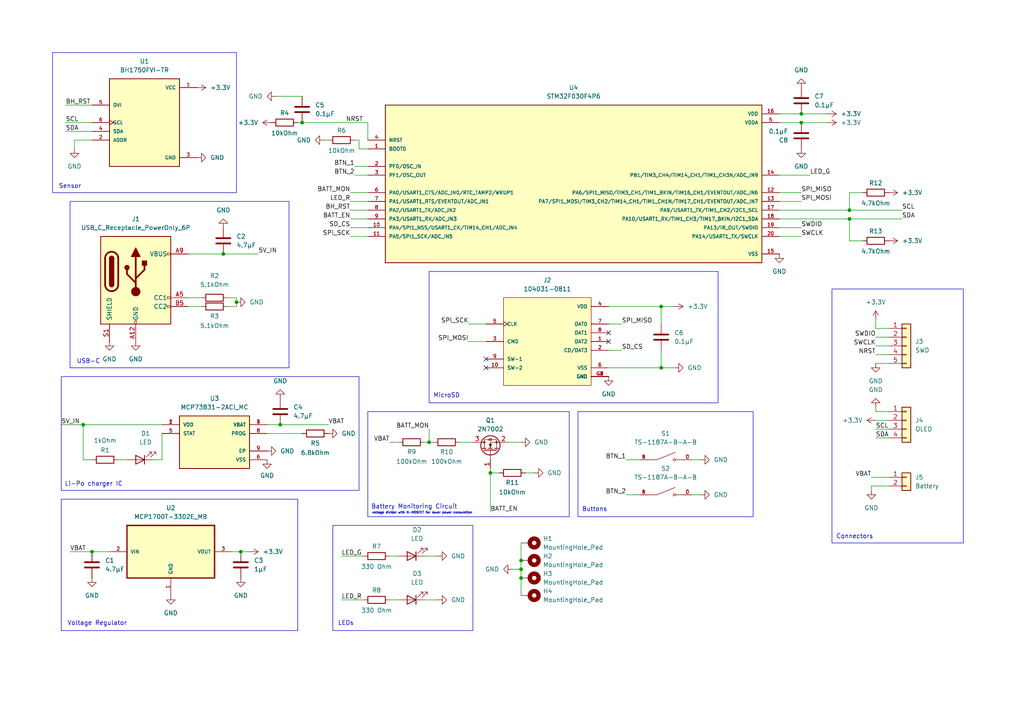
<source format=kicad_sch>
(kicad_sch (version 20250114) (generator "eeschema") (generator_version "9.0")
  (paper "A4")
  (lib_symbols
    (symbol "Connector:USB_C_Receptacle_PowerOnly_6P" (pin_names (offset 1.016))
      (property "Reference" "J" (at 0 16.51 0))
      (property "Value" "USB_C_Receptacle_PowerOnly_6P" (at 0 13.97 0))
      (symbol "USB_C_Receptacle_PowerOnly_6P_0_0"
        (rectangle (start -0.254 -12.7) (end 0.254 -11.684))
        (rectangle (start 10.16 7.874) (end 9.144 7.366))
        (rectangle (start 10.16 -4.826) (end 9.144 -5.334))
        (rectangle (start 10.16 -7.366) (end 9.144 -7.874))
      )
      (symbol "USB_C_Receptacle_PowerOnly_6P_0_1"
        (rectangle (start -10.16 12.7) (end 10.16 -12.7) (stroke (width 0.254)) (fill (type background)))
        (polyline (pts (xy -8.89 -1.27) (xy -8.89 6.35)) (stroke (width 0.508)))
        (rectangle (start -7.62 -1.27) (end -6.35 6.35) (stroke (width 0.254)) (fill (type outline)))
        (arc (start -7.62 6.35) (mid -6.985 6.9823) (end -6.35 6.35) (stroke (width 0.254)))
        (arc (start -7.62 6.35) (mid -6.985 6.9823) (end -6.35 6.35) (stroke (width 0.254)) (fill (type outline)))
        (arc (start -8.89 6.35) (mid -6.985 8.2467) (end -5.08 6.35) (stroke (width 0.508)))
        (arc (start -5.08 -1.27) (mid -6.985 -3.1667) (end -8.89 -1.27) (stroke (width 0.508)))
        (arc (start -6.35 -1.27) (mid -6.985 -1.9023) (end -7.62 -1.27) (stroke (width 0.254)))
        (arc (start -6.35 -1.27) (mid -6.985 -1.9023) (end -7.62 -1.27) (stroke (width 0.254)) (fill (type outline)))
        (polyline (pts (xy -5.08 6.35) (xy -5.08 -1.27)) (stroke (width 0.508)))
        (circle (center -2.54 3.683) (radius 0.635) (stroke (width 0.254)) (fill (type outline)))
        (polyline (pts (xy -1.27 6.858) (xy 0 9.398) (xy 1.27 6.858) (xy -1.27 6.858)) (stroke (width 0.254)) (fill (type outline)))
        (polyline (pts (xy 0 0.508) (xy 2.54 3.048) (xy 2.54 4.318)) (stroke (width 0.508)))
        (polyline (pts (xy 0 -0.762) (xy -2.54 1.778) (xy -2.54 3.048)) (stroke (width 0.508)))
        (polyline (pts (xy 0 -3.302) (xy 0 6.858)) (stroke (width 0.508)))
        (circle (center 0 -3.302) (radius 1.27) (fill (type outline)))
        (rectangle (start 1.905 4.318) (end 3.175 5.588) (stroke (width 0.254)) (fill (type outline)))
      )
      (symbol "USB_C_Receptacle_PowerOnly_6P_1_1"
        (pin passive line (at -7.62 -17.78 90) (length 5.08) (name "SHIELD") (number "S1"))
        (pin passive line (at 0 -17.78 90) (length 5.08) (name "GND") (number "A12"))
        (pin passive line (at 0 -17.78 90) (length 5.08) (hide yes) (name "GND") (number "B12"))
        (pin passive line (at 15.24 7.62 180) (length 5.08) (name "VBUS") (number "A9"))
        (pin passive line (at 15.24 7.62 180) (length 5.08) (hide yes) (name "VBUS") (number "B9"))
        (pin bidirectional line (at 15.24 -5.08 180) (length 5.08) (name "CC1") (number "A5"))
        (pin bidirectional line (at 15.24 -7.62 180) (length 5.08) (name "CC2") (number "B5"))
      )
    )
    (symbol "Connector_Generic:Conn_01x02" (pin_names (offset 1.016) (hide yes))
      (property "Reference" "J" (at 0 2.54 0))
      (property "Value" "Conn_01x02" (at 0 -5.08 0))
      (symbol "Conn_01x02_1_1"
        (rectangle (start -1.27 1.27) (end 1.27 -3.81) (stroke (width 0.254)) (fill (type background)))
        (rectangle (start -1.27 0.127) (end 0 -0.127) (stroke (width 0.1524)))
        (rectangle (start -1.27 -2.413) (end 0 -2.667) (stroke (width 0.1524)))
        (pin passive line (at -5.08 0 0) (length 3.81) (name "Pin_1") (number "1"))
        (pin passive line (at -5.08 -2.54 0) (length 3.81) (name "Pin_2") (number "2"))
      )
    )
    (symbol "Connector_Generic:Conn_01x04" (pin_names (offset 1.016) (hide yes))
      (property "Reference" "J" (at 0 5.08 0))
      (property "Value" "Conn_01x04" (at 0 -7.62 0))
      (symbol "Conn_01x04_1_1"
        (rectangle (start -1.27 3.81) (end 1.27 -6.35) (stroke (width 0.254)) (fill (type background)))
        (rectangle (start -1.27 2.667) (end 0 2.413) (stroke (width 0.1524)))
        (rectangle (start -1.27 0.127) (end 0 -0.127) (stroke (width 0.1524)))
        (rectangle (start -1.27 -2.413) (end 0 -2.667) (stroke (width 0.1524)))
        (rectangle (start -1.27 -4.953) (end 0 -5.207) (stroke (width 0.1524)))
        (pin passive line (at -5.08 2.54 0) (length 3.81) (name "Pin_1") (number "1"))
        (pin passive line (at -5.08 0 0) (length 3.81) (name "Pin_2") (number "2"))
        (pin passive line (at -5.08 -2.54 0) (length 3.81) (name "Pin_3") (number "3"))
        (pin passive line (at -5.08 -5.08 0) (length 3.81) (name "Pin_4") (number "4"))
      )
    )
    (symbol "Connector_Generic:Conn_01x05" (pin_names (offset 1.016) (hide yes))
      (property "Reference" "J" (at 0 7.62 0))
      (property "Value" "Conn_01x05" (at 0 -7.62 0))
      (symbol "Conn_01x05_1_1"
        (rectangle (start -1.27 6.35) (end 1.27 -6.35) (stroke (width 0.254)) (fill (type background)))
        (rectangle (start -1.27 5.207) (end 0 4.953) (stroke (width 0.1524)))
        (rectangle (start -1.27 2.667) (end 0 2.413) (stroke (width 0.1524)))
        (rectangle (start -1.27 0.127) (end 0 -0.127) (stroke (width 0.1524)))
        (rectangle (start -1.27 -2.413) (end 0 -2.667) (stroke (width 0.1524)))
        (rectangle (start -1.27 -4.953) (end 0 -5.207) (stroke (width 0.1524)))
        (pin passive line (at -5.08 5.08 0) (length 3.81) (name "Pin_1") (number "1"))
        (pin passive line (at -5.08 2.54 0) (length 3.81) (name "Pin_2") (number "2"))
        (pin passive line (at -5.08 0 0) (length 3.81) (name "Pin_3") (number "3"))
        (pin passive line (at -5.08 -2.54 0) (length 3.81) (name "Pin_4") (number "4"))
        (pin passive line (at -5.08 -5.08 0) (length 3.81) (name "Pin_5") (number "5"))
      )
    )
    (symbol "Device:C" (pin_numbers (hide yes)) (pin_names (offset 0.254))
      (property "Reference" "C" (at 0.635 2.54 0))
      (property "Value" "C" (at 0.635 -2.54 0))
      (symbol "C_0_1"
        (polyline (pts (xy -2.032 0.762) (xy 2.032 0.762)) (stroke (width 0.508)))
        (polyline (pts (xy -2.032 -0.762) (xy 2.032 -0.762)) (stroke (width 0.508)))
      )
      (symbol "C_1_1"
        (pin passive line (at 0 3.81 270) (length 2.794) (name "~") (number "1"))
        (pin passive line (at 0 -3.81 90) (length 2.794) (name "~") (number "2"))
      )
    )
    (symbol "Device:LED" (pin_numbers (hide yes)) (pin_names (offset 1.016) (hide yes))
      (property "Reference" "D" (at 0 2.54 0))
      (property "Value" "LED" (at 0 -2.54 0))
      (symbol "LED_0_1"
        (polyline (pts (xy -3.048 -0.762) (xy -4.572 -2.286) (xy -3.81 -2.286) (xy -4.572 -2.286) (xy -4.572 -1.524)))
        (polyline (pts (xy -1.778 -0.762) (xy -3.302 -2.286) (xy -2.54 -2.286) (xy -3.302 -2.286) (xy -3.302 -1.524)))
        (polyline (pts (xy -1.27 0) (xy 1.27 0)))
        (polyline (pts (xy -1.27 -1.27) (xy -1.27 1.27)) (stroke (width 0.254)))
        (polyline (pts (xy 1.27 -1.27) (xy 1.27 1.27) (xy -1.27 0) (xy 1.27 -1.27)) (stroke (width 0.254)))
      )
      (symbol "LED_1_1"
        (pin passive line (at -3.81 0 0) (length 2.54) (name "K") (number "1"))
        (pin passive line (at 3.81 0 180) (length 2.54) (name "A") (number "2"))
      )
    )
    (symbol "Device:R" (pin_numbers (hide yes)) (pin_names (offset 0))
      (property "Reference" "R" (at 2.032 0 90))
      (property "Value" "R" (at 0 0 90))
      (symbol "R_0_1"
        (rectangle (start -1.016 -2.54) (end 1.016 2.54) (stroke (width 0.254)))
      )
      (symbol "R_1_1"
        (pin passive line (at 0 3.81 270) (length 1.27) (name "~") (number "1"))
        (pin passive line (at 0 -3.81 90) (length 1.27) (name "~") (number "2"))
      )
    )
    (symbol "Homework_Library:104031-0811" (pin_names (offset 1.016))
      (property "Reference" "J" (at -12.7 13.462 0))
      (property "Value" "104031-0811" (at -12.7 -15.24 0))
      (symbol "104031-0811_0_0"
        (rectangle (start -12.7 -12.7) (end 12.7 12.7) (stroke (width 0.1524)) (fill (type background)))
        (pin input clock (at -17.78 5.08 0) (length 5.08) (name "CLK") (number "5"))
        (pin bidirectional line (at -17.78 0 0) (length 5.08) (name "CMD") (number "3"))
        (pin passive line (at -17.78 -5.08 0) (length 5.08) (name "SW-1") (number "9"))
        (pin passive line (at -17.78 -7.62 0) (length 5.08) (name "SW-2") (number "10"))
        (pin power_in line (at 17.78 10.16 180) (length 5.08) (name "VDD") (number "4"))
        (pin bidirectional line (at 17.78 5.08 180) (length 5.08) (name "DAT0") (number "7"))
        (pin bidirectional line (at 17.78 2.54 180) (length 5.08) (name "DAT1") (number "8"))
        (pin bidirectional line (at 17.78 0 180) (length 5.08) (name "DAT2") (number "1"))
        (pin bidirectional line (at 17.78 -2.54 180) (length 5.08) (name "CD/DAT3") (number "2"))
        (pin power_in line (at 17.78 -7.62 180) (length 5.08) (name "VSS") (number "6"))
        (pin power_in line (at 17.78 -10.16 180) (length 5.08) (name "GND") (number "G1"))
        (pin power_in line (at 17.78 -10.16 180) (length 5.08) (name "GND") (number "G2"))
        (pin power_in line (at 17.78 -10.16 180) (length 5.08) (name "GND") (number "G3"))
        (pin power_in line (at 17.78 -10.16 180) (length 5.08) (name "GND") (number "G4"))
      )
    )
    (symbol "Homework_Library:BH1750FVI-TR" (pin_names (offset 1.016))
      (property "Reference" "U" (at -10.1737 13.462 0))
      (property "Value" "BH1750FVI-TR" (at -9.922 -15.24 0))
      (symbol "BH1750FVI-TR_0_0"
        (rectangle (start -10.16 -12.7) (end 10.16 12.7) (stroke (width 0.254)) (fill (type background)))
        (pin input line (at -15.24 5.08 0) (length 5.08) (name "DVI") (number "5"))
        (pin input clock (at -15.24 0 0) (length 5.08) (name "SCL") (number "6"))
        (pin bidirectional line (at -15.24 -2.54 0) (length 5.08) (name "SDA") (number "4"))
        (pin input line (at -15.24 -5.08 0) (length 5.08) (name "ADDR") (number "2"))
        (pin power_in line (at 15.24 10.16 180) (length 5.08) (name "VCC") (number "1"))
        (pin power_in line (at 15.24 -10.16 180) (length 5.08) (name "GND") (number "3"))
      )
    )
    (symbol "Homework_Library:MCP1700T-3302E_MB" (pin_names (offset 1.016))
      (property "Reference" "U" (at -4.7334 9.136 0))
      (property "Value" "MCP1700T-3302E_MB" (at -15.9758 -11.617 0))
      (symbol "MCP1700T-3302E_MB_0_0"
        (rectangle (start -12.7 -7.62) (end 12.7 7.62) (stroke (width 0.4064)) (fill (type background)))
        (pin input line (at -17.78 0 0) (length 5.08) (name "VIN") (number "2"))
        (pin passive line (at 0 -12.7 90) (length 5.08) (name "GND") (number "1"))
        (pin output line (at 17.78 0 180) (length 5.08) (name "VOUT") (number "3"))
      )
    )
    (symbol "Homework_Library:MCP73831-2ACI_MC" (pin_names (offset 1.016))
      (property "Reference" "U" (at -10.16 7.62 0))
      (property "Value" "MCP73831-2ACI_MC" (at -10.16 -10.16 0))
      (symbol "MCP73831-2ACI_MC_0_0"
        (rectangle (start -10.16 -7.62) (end 10.16 7.62) (stroke (width 0.254)) (fill (type background)))
        (pin power_in line (at -15.24 5.08 0) (length 5.08) (name "VDD") (number "1"))
        (pin power_in line (at -15.24 5.08 0) (length 5.08) (name "VDD") (number "2"))
        (pin output line (at -15.24 2.54 0) (length 5.08) (name "STAT") (number "5"))
        (pin output line (at 15.24 5.08 180) (length 5.08) (name "VBAT") (number "3"))
        (pin output line (at 15.24 5.08 180) (length 5.08) (name "VBAT") (number "4"))
        (pin input line (at 15.24 2.54 180) (length 5.08) (name "PROG") (number "8"))
        (pin power_in line (at 15.24 -2.54 180) (length 5.08) (name "EP") (number "9"))
        (pin power_in line (at 15.24 -5.08 180) (length 5.08) (name "VSS") (number "6"))
      )
    )
    (symbol "Homework_Library:STM32F030F4P6" (pin_names (offset 1.016))
      (property "Reference" "U4" (at 0 27.94 0))
      (property "Value" "STM32F030F4P6" (at 0 25.4 0))
      (symbol "STM32F030F4P6_0_0"
        (rectangle (start -54.61 22.86) (end 54.61 -22.86) (stroke (width 0.254)) (fill (type background)))
        (pin bidirectional line (at -59.69 12.7 0) (length 5.08) (name "NRST") (number "4"))
        (pin input line (at -59.69 10.16 0) (length 5.08) (name "BOOT0") (number "1"))
        (pin bidirectional line (at -59.69 5.08 0) (length 5.08) (name "PF0/OSC_IN") (number "2"))
        (pin bidirectional line (at -59.69 2.54 0) (length 5.08) (name "PF1/OSC_OUT") (number "3"))
        (pin bidirectional line (at -59.69 -2.54 0) (length 5.08) (name "PA0/USART1_CTS/ADC_IN0/RTC_TAMP2/WKUP1") (number "6"))
        (pin bidirectional line (at -59.69 -5.08 0) (length 5.08) (name "PA1/USART1_RTS/EVENTOUT/ADC_IN1") (number "7"))
        (pin bidirectional line (at -59.69 -7.62 0) (length 5.08) (name "PA2/USART1_TX/ADC_IN2") (number "8"))
        (pin bidirectional line (at -59.69 -10.16 0) (length 5.08) (name "PA3/USART1_RX/ADC_IN3") (number "9"))
        (pin bidirectional line (at -59.69 -12.7 0) (length 5.08) (name "PA4/SPI1_NSS/USART1_CK/TIM14_CH1/ADC_IN4") (number "10"))
        (pin bidirectional line (at -59.69 -15.24 0) (length 5.08) (name "PA5/SPI1_SCK/ADC_IN5") (number "11"))
        (pin power_in line (at 59.69 20.32 180) (length 5.08) (name "VDD") (number "16"))
        (pin power_in line (at 59.69 17.78 180) (length 5.08) (name "VDDA") (number "5"))
        (pin bidirectional line (at 59.69 2.54 180) (length 5.08) (name "PB1/TIM3_CH4/TIM14_CH1/TIM1_CH3N/ADC_IN9") (number "14"))
        (pin bidirectional line (at 59.69 -2.54 180) (length 5.08) (name "PA6/SPI1_MISO/TIM3_CH1/TIM1_BKIN/TIM16_CH1/EVENTOUT/ADC_IN6") (number "12"))
        (pin bidirectional line (at 59.69 -5.08 180) (length 5.08) (name "PA7/SPI1_MOSI/TIM3_CH2/TIM14_CH1/TIM1_CH1N/TIM17_CH1/EVENTOUT/ADC_IN7") (number "13"))
        (pin bidirectional line (at 59.69 -7.62 180) (length 5.08) (name "PA9/USART1_TX/TIM1_CH2/I2C1_SCL") (number "17"))
        (pin bidirectional line (at 59.69 -10.16 180) (length 5.08) (name "PA10/USART1_RX/TIM1_CH3/TIM17_BKIN/I2C1_SDA") (number "18"))
        (pin bidirectional line (at 59.69 -12.7 180) (length 5.08) (name "PA13/IR_OUT/SWDIO") (number "19"))
        (pin bidirectional line (at 59.69 -15.24 180) (length 5.08) (name "PA14/USART1_TX/SWCLK") (number "20"))
        (pin power_in line (at 59.69 -20.32 180) (length 5.08) (name "VSS") (number "15"))
      )
    )
    (symbol "Homework_Library:TS-1187A-B-A-B" (pin_names (offset 1.016))
      (property "Reference" "S" (at -2.54 2.54 0))
      (property "Value" "TS-1187A-B-A-B" (at -2.54 -2.54 0))
      (symbol "TS-1187A-B-A-B_0_0"
        (polyline (pts (xy -2.54 0) (xy -5.08 0)) (stroke (width 0.1524)))
        (polyline (pts (xy -2.54 0) (xy 2.794 2.1336)) (stroke (width 0.1524)))
        (circle (center 2.54 0) (radius 0.3302) (stroke (width 0.1524)))
        (polyline (pts (xy 5.08 0) (xy 2.921 0)) (stroke (width 0.1524)))
        (pin passive line (at -7.62 0 0) (length 2.54) (name "~") (number "A"))
        (pin passive line (at -7.62 0 0) (length 2.54) (name "~") (number "B"))
        (pin passive line (at 7.62 0 180) (length 2.54) (name "~") (number "C"))
        (pin passive line (at 7.62 0 180) (length 2.54) (name "~") (number "D"))
      )
    )
    (symbol "Mechanical:MountingHole_Pad" (pin_numbers (hide yes)) (pin_names (offset 1.016) (hide yes)) (in_bom no)
      (property "Reference" "H" (at 0 6.35 0))
      (property "Value" "MountingHole_Pad" (at 0 4.445 0))
      (symbol "MountingHole_Pad_0_1"
        (circle (center 0 1.27) (radius 1.27) (stroke (width 1.27)))
      )
      (symbol "MountingHole_Pad_1_1"
        (pin input line (at 0 -2.54 90) (length 2.54) (name "1") (number "1"))
      )
    )
    (symbol "Transistor_FET:Q_NMOS_GSD" (pin_names (offset 0) (hide yes))
      (property "Reference" "Q" (at 5.08 1.905 0))
      (property "Value" "Q_NMOS_GSD" (at 5.08 0 0))
      (symbol "Q_NMOS_GSD_0_1"
        (polyline (pts (xy 0.254 1.905) (xy 0.254 -1.905)) (stroke (width 0.254)))
        (polyline (pts (xy 0.254 0) (xy -2.54 0)))
        (polyline (pts (xy 0.762 2.286) (xy 0.762 1.27)) (stroke (width 0.254)))
        (polyline (pts (xy 0.762 0.508) (xy 0.762 -0.508)) (stroke (width 0.254)))
        (polyline (pts (xy 0.762 -1.27) (xy 0.762 -2.286)) (stroke (width 0.254)))
        (polyline (pts (xy 0.762 -1.778) (xy 3.302 -1.778) (xy 3.302 1.778) (xy 0.762 1.778)))
        (polyline (pts (xy 1.016 0) (xy 2.032 0.381) (xy 2.032 -0.381) (xy 1.016 0)) (fill (type outline)))
        (circle (center 1.651 0) (radius 2.794) (stroke (width 0.254)))
        (polyline (pts (xy 2.54 2.54) (xy 2.54 1.778)))
        (circle (center 2.54 1.778) (radius 0.254) (fill (type outline)))
        (circle (center 2.54 -1.778) (radius 0.254) (fill (type outline)))
        (polyline (pts (xy 2.54 -2.54) (xy 2.54 0) (xy 0.762 0)))
        (polyline (pts (xy 2.921 0.381) (xy 3.683 0.381)))
        (polyline (pts (xy 3.302 0.381) (xy 2.921 -0.254) (xy 3.683 -0.254) (xy 3.302 0.381)))
      )
      (symbol "Q_NMOS_GSD_1_1"
        (pin input line (at -5.08 0 0) (length 2.54) (name "G") (number "1"))
        (pin passive line (at 2.54 5.08 270) (length 2.54) (name "D") (number "3"))
        (pin passive line (at 2.54 -5.08 90) (length 2.54) (name "S") (number "2"))
      )
    )
    (symbol "power:+3.3V" (power) (pin_numbers (hide yes)) (pin_names (offset 0) (hide yes))
      (property "Value" "+3.3V" (at 0 3.556 0))
      (symbol "+3.3V_0_1"
        (polyline (pts (xy -0.762 1.27) (xy 0 2.54)))
        (polyline (pts (xy 0 2.54) (xy 0.762 1.27)))
        (polyline (pts (xy 0 0) (xy 0 2.54)))
      )
      (symbol "+3.3V_1_1"
        (pin power_in line (at 0 0 90) (length 0) (name "~") (number "1"))
      )
    )
    (symbol "power:GND" (power) (pin_numbers (hide yes)) (pin_names (offset 0) (hide yes))
      (property "Value" "GND" (at 0 -3.81 0))
      (symbol "GND_0_1"
        (polyline (pts (xy 0 0) (xy 0 -1.27) (xy 1.27 -1.27) (xy 0 -2.54) (xy -1.27 -1.27) (xy 0 -1.27)))
      )
      (symbol "GND_1_1"
        (pin power_in line (at 0 0 270) (length 0) (name "~") (number "1"))
      )
    )
  )
  (rectangle (start 17.78 144.78) (end 86.36 182.88))
  (rectangle (start 15.24 15.24) (end 68.58 55.88))
  (rectangle (start 167.64 119.38) (end 218.44 149.86))
  (rectangle (start 241.3 83.82) (end 279.4 157.48))
  (rectangle (start 17.78 109.22) (end 104.14 142.24))
  (rectangle (start 106.68 119.38) (end 165.1 149.86))
  (rectangle (start 96.52 152.4) (end 137.16 182.88))
  (rectangle (start 124.46 78.74) (end 208.28 116.84))
  (rectangle (start 20.32 58.42) (end 83.82 106.68))
  (text "voltage divider with N-MOSFET for lower power consumtion " (at 122.682 148.844 0) (effects (font (size 0.635 0.635))))
  (text "Battery Monitoring Circuit" (at 120.142 147.066 0) (effects (font (size 1.27 1.27))))
  (text "Connectors\n" (at 247.904 155.702 0) (effects (font (size 1.27 1.27))))
  (text "USB-C\n" (at 25.654 104.902 0) (effects (font (size 1.27 1.27))))
  (text "Voltage Regulator" (at 28.194 180.848 0) (effects (font (size 1.27 1.27))))
  (text "Li-Po charger IC" (at 27.178 140.462 0) (effects (font (size 1.27 1.27))))
  (text "Buttons\n" (at 172.466 147.828 0) (effects (font (size 1.27 1.27))))
  (text "MicroSD" (at 129.54 114.808 0) (effects (font (size 1.27 1.27))))
  (text "Sensor" (at 20.32 54.102 0) (effects (font (size 1.27 1.27))))
  (text "LEDs" (at 100.33 180.848 0) (effects (font (size 1.27 1.27))))
  (junction (at 26.67 160.02))
  (junction (at 87.63 35.56))
  (junction (at 64.77 73.66))
  (junction (at 142.24 137.16))
  (junction (at 246.38 60.96))
  (junction (at 124.46 128.27))
  (junction (at 246.38 63.5))
  (junction (at 232.41 33.02))
  (junction (at 151.13 165.1))
  (junction (at 69.85 160.02))
  (junction (at 68.58 87.63))
  (junction (at 81.28 123.19))
  (junction (at 232.41 35.56))
  (junction (at 151.13 162.56))
  (junction (at 191.77 88.9))
  (junction (at 191.77 106.68))
  (junction (at 24.13 123.19))
  (junction (at 151.13 167.64))
  (no_connect (at 140.97 104.14))
  (no_connect (at 176.53 96.52))
  (no_connect (at 176.53 99.06))
  (no_connect (at 140.97 106.68))
  (wire (pts (xy 254 119.38) (xy 257.81 119.38)))
  (wire (pts (xy 67.31 160.02) (xy 69.85 160.02)))
  (wire (pts (xy 226.06 35.56) (xy 232.41 35.56)))
  (wire (pts (xy 44.45 133.35) (xy 46.99 133.35)))
  (wire (pts (xy 20.32 160.02) (xy 26.67 160.02)))
  (wire (pts (xy 226.06 33.02) (xy 232.41 33.02)))
  (wire (pts (xy 81.28 123.19) (xy 95.25 123.19)))
  (wire (pts (xy 68.58 87.63) (xy 68.58 88.9)))
  (wire (pts (xy 191.77 106.68) (xy 176.53 106.68)))
  (wire (pts (xy 250.19 55.88) (xy 246.38 55.88)))
  (wire (pts (xy 135.89 99.06) (xy 140.97 99.06)))
  (wire (pts (xy 252.73 138.43) (xy 257.81 138.43)))
  (wire (pts (xy 254 105.41) (xy 257.81 105.41)))
  (wire (pts (xy 77.47 123.19) (xy 81.28 123.19)))
  (wire (pts (xy 54.61 86.36) (xy 58.42 86.36)))
  (wire (pts (xy 254 127) (xy 257.81 127)))
  (wire (pts (xy 101.6 58.42) (xy 106.68 58.42)))
  (wire (pts (xy 254 118.11) (xy 254 119.38)))
  (wire (pts (xy 246.38 69.85) (xy 250.19 69.85)))
  (wire (pts (xy 113.03 128.27) (xy 115.57 128.27)))
  (wire (pts (xy 104.14 40.64) (xy 104.14 43.18)))
  (wire (pts (xy 226.06 68.58) (xy 232.41 68.58)))
  (wire (pts (xy 19.05 38.1) (xy 26.67 38.1)))
  (wire (pts (xy 127 161.29) (xy 123.19 161.29)))
  (wire (pts (xy 66.04 86.36) (xy 68.58 86.36)))
  (wire (pts (xy 246.38 55.88) (xy 246.38 60.96)))
  (wire (pts (xy 113.03 161.29) (xy 115.57 161.29)))
  (wire (pts (xy 101.6 55.88) (xy 106.68 55.88)))
  (wire (pts (xy 246.38 63.5) (xy 261.62 63.5)))
  (wire (pts (xy 226.06 55.88) (xy 232.41 55.88)))
  (wire (pts (xy 252.73 142.24) (xy 252.73 140.97)))
  (wire (pts (xy 232.41 33.02) (xy 240.03 33.02)))
  (wire (pts (xy 142.24 148.59) (xy 142.24 137.16)))
  (wire (pts (xy 124.46 128.27) (xy 125.73 128.27)))
  (wire (pts (xy 254 100.33) (xy 257.81 100.33)))
  (wire (pts (xy 54.61 73.66) (xy 64.77 73.66)))
  (wire (pts (xy 24.13 123.19) (xy 24.13 133.35)))
  (wire (pts (xy 17.78 123.19) (xy 24.13 123.19)))
  (wire (pts (xy 101.6 60.96) (xy 106.68 60.96)))
  (wire (pts (xy 101.6 63.5) (xy 106.68 63.5)))
  (wire (pts (xy 181.61 143.51) (xy 185.42 143.51)))
  (wire (pts (xy 106.68 40.64) (xy 106.68 35.56)))
  (wire (pts (xy 104.14 43.18) (xy 106.68 43.18)))
  (wire (pts (xy 77.47 125.73) (xy 87.63 125.73)))
  (wire (pts (xy 102.87 40.64) (xy 104.14 40.64)))
  (wire (pts (xy 191.77 101.6) (xy 191.77 106.68)))
  (wire (pts (xy 151.13 162.56) (xy 151.13 165.1)))
  (wire (pts (xy 191.77 88.9) (xy 176.53 88.9)))
  (wire (pts (xy 24.13 123.19) (xy 46.99 123.19)))
  (wire (pts (xy 102.87 50.8) (xy 106.68 50.8)))
  (wire (pts (xy 34.29 133.35) (xy 36.83 133.35)))
  (wire (pts (xy 19.05 35.56) (xy 26.67 35.56)))
  (wire (pts (xy 95.25 40.64) (xy 93.98 40.64)))
  (wire (pts (xy 68.58 86.36) (xy 68.58 87.63)))
  (wire (pts (xy 254 124.46) (xy 257.81 124.46)))
  (wire (pts (xy 101.6 66.04) (xy 106.68 66.04)))
  (wire (pts (xy 232.41 35.56) (xy 240.03 35.56)))
  (wire (pts (xy 19.05 30.48) (xy 26.67 30.48)))
  (wire (pts (xy 151.13 167.64) (xy 151.13 172.72)))
  (wire (pts (xy 195.58 88.9) (xy 191.77 88.9)))
  (wire (pts (xy 226.06 66.04) (xy 232.41 66.04)))
  (wire (pts (xy 54.61 88.9) (xy 58.42 88.9)))
  (wire (pts (xy 254 95.25) (xy 257.81 95.25)))
  (wire (pts (xy 21.59 40.64) (xy 21.59 43.18)))
  (wire (pts (xy 142.24 137.16) (xy 142.24 135.89)))
  (wire (pts (xy 254 97.79) (xy 257.81 97.79)))
  (wire (pts (xy 254 102.87) (xy 257.81 102.87)))
  (wire (pts (xy 226.06 63.5) (xy 246.38 63.5)))
  (wire (pts (xy 101.6 68.58) (xy 106.68 68.58)))
  (wire (pts (xy 191.77 88.9) (xy 191.77 93.98)))
  (wire (pts (xy 127 173.99) (xy 123.19 173.99)))
  (wire (pts (xy 203.2 133.35) (xy 200.66 133.35)))
  (wire (pts (xy 133.35 128.27) (xy 137.16 128.27)))
  (wire (pts (xy 246.38 60.96) (xy 261.62 60.96)))
  (wire (pts (xy 226.06 58.42) (xy 232.41 58.42)))
  (wire (pts (xy 148.59 165.1) (xy 151.13 165.1)))
  (wire (pts (xy 99.06 173.99) (xy 105.41 173.99)))
  (wire (pts (xy 195.58 106.68) (xy 191.77 106.68)))
  (wire (pts (xy 99.06 161.29) (xy 105.41 161.29)))
  (wire (pts (xy 254 121.92) (xy 257.81 121.92)))
  (wire (pts (xy 102.87 48.26) (xy 106.68 48.26)))
  (wire (pts (xy 46.99 133.35) (xy 46.99 125.73)))
  (wire (pts (xy 123.19 128.27) (xy 124.46 128.27)))
  (wire (pts (xy 113.03 173.99) (xy 115.57 173.99)))
  (wire (pts (xy 176.53 93.98) (xy 180.34 93.98)))
  (wire (pts (xy 26.67 160.02) (xy 31.75 160.02)))
  (wire (pts (xy 87.63 35.56) (xy 86.36 35.56)))
  (wire (pts (xy 151.13 157.48) (xy 151.13 162.56)))
  (wire (pts (xy 226.06 50.8) (xy 234.95 50.8)))
  (wire (pts (xy 203.2 143.51) (xy 200.66 143.51)))
  (wire (pts (xy 246.38 69.85) (xy 246.38 63.5)))
  (wire (pts (xy 69.85 160.02) (xy 72.39 160.02)))
  (wire (pts (xy 254 92.71) (xy 254 95.25)))
  (wire (pts (xy 176.53 101.6) (xy 180.34 101.6)))
  (wire (pts (xy 151.13 165.1) (xy 151.13 167.64)))
  (wire (pts (xy 147.32 128.27) (xy 151.13 128.27)))
  (wire (pts (xy 252.73 140.97) (xy 257.81 140.97)))
  (wire (pts (xy 26.67 40.64) (xy 21.59 40.64)))
  (wire (pts (xy 64.77 73.66) (xy 74.93 73.66)))
  (wire (pts (xy 135.89 93.98) (xy 140.97 93.98)))
  (wire (pts (xy 80.01 27.94) (xy 87.63 27.94)))
  (wire (pts (xy 142.24 137.16) (xy 144.78 137.16)))
  (wire (pts (xy 152.4 137.16) (xy 154.94 137.16)))
  (wire (pts (xy 124.46 124.46) (xy 124.46 128.27)))
  (wire (pts (xy 226.06 60.96) (xy 246.38 60.96)))
  (wire (pts (xy 181.61 133.35) (xy 185.42 133.35)))
  (wire (pts (xy 87.63 35.56) (xy 106.68 35.56)))
  (wire (pts (xy 24.13 133.35) (xy 26.67 133.35)))
  (wire (pts (xy 68.58 88.9) (xy 66.04 88.9)))
  (label "BATT_MON" (at 124.46 124.46 180))
  (label "SPI_MISO" (at 232.41 55.88 0))
  (label "LED_G" (at 99.06 161.29 0))
  (label "LED_R" (at 101.6 58.42 180))
  (label "SDA" (at 261.62 63.5 0))
  (label "BTN_1" (at 102.87 48.26 180))
  (label "VBAT" (at 252.73 138.43 180))
  (label "5V_IN" (at 74.93 73.66 0))
  (label "NRST" (at 100.33 35.56 0))
  (label "SWDIO" (at 232.41 66.04 0))
  (label "SPI_SCK" (at 101.6 68.58 180))
  (label "LED_R" (at 99.06 173.99 0))
  (label "BTN_1" (at 181.61 133.35 180))
  (label "SPI_MOSI" (at 232.41 58.42 0))
  (label "VBAT" (at 95.25 123.19 0))
  (label "NRST" (at 254 102.87 180))
  (label "SCL" (at 254 124.46 0))
  (label "SWCLK" (at 232.41 68.58 0))
  (label "SWCLK" (at 254 100.33 180))
  (label "SDA" (at 254 127 0))
  (label "SPI_MOSI" (at 135.89 99.06 180))
  (label "5V_IN" (at 17.78 123.19 0))
  (label "SDA" (at 19.05 38.1 0))
  (label "SWDIO" (at 254 97.79 180))
  (label "SD_CS" (at 180.34 101.6 0))
  (label "VBAT" (at 113.03 128.27 180))
  (label "SPI_SCK" (at 135.89 93.98 180))
  (label "SD_CS" (at 101.6 66.04 180))
  (label "SCL" (at 261.62 60.96 0))
  (label "SPI_MISO" (at 180.34 93.98 0))
  (label "BH_RST" (at 19.05 30.48 0))
  (label "BTN_2" (at 102.87 50.8 180))
  (label "VBAT" (at 20.32 160.02 0))
  (label "BH_RST" (at 101.6 60.96 180))
  (label "BATT_EN" (at 101.6 63.5 180))
  (label "BTN_2" (at 181.61 143.51 180))
  (label "SCL" (at 19.05 35.56 0))
  (label "BATT_MON" (at 101.6 55.88 180))
  (label "LED_G" (at 234.95 50.8 0))
  (label "BATT_EN" (at 142.24 148.59 0))
  (symbol (lib_id "Device:R") (at 62.23 88.9 90) (unit 1)
    (property "Reference" "R3" (at 62.23 91.694 90))
    (property "Value" "5.1kOhm" (at 62.23 94.488 90))
    (property "Footprint" "Resistor_SMD:R_0603_1608Metric" (effects (hide yes)))
    (property "Description" "Resistor" (effects (hide yes)))
  )
  (symbol (lib_id "power:+3.3V") (at 254 92.71 0) (unit 1)
    (property "Reference" "#PWR035" (effects (hide yes)))
    (property "Value" "+3.3V" (at 254 87.63 0))
    (property "Description" "Power symbol creates a global label with name \"+3.3V\"" (effects (hide yes)))
  )
  (symbol (lib_id "power:+3.3V") (at 257.81 69.85 270) (unit 1)
    (property "Reference" "#PWR040" (effects (hide yes)))
    (property "Value" "+3.3V" (at 261.62 69.8499 90) (effects (justify left)))
    (property "Description" "Power symbol creates a global label with name \"+3.3V\"" (effects (hide yes)))
  )
  (symbol (lib_id "Mechanical:MountingHole_Pad") (at 153.67 157.48 270) (unit 1) (in_bom no)
    (property "Reference" "H1" (at 157.48 156.2099 90) (effects (justify left)))
    (property "Value" "MountingHole_Pad" (at 157.48 158.7499 90) (effects (justify left)))
    (property "Footprint" "MountingHole:MountingHole_2.2mm_M2_Pad" (effects (hide yes)))
    (property "Description" "Mounting Hole with connection" (effects (hide yes)))
  )
  (symbol (lib_id "Device:C") (at 191.77 97.79 0) (unit 1)
    (property "Reference" "C6" (at 195.58 96.5199 0) (effects (justify left)))
    (property "Value" "0.1μF" (at 195.58 99.0599 0) (effects (justify left)))
    (property "Footprint" "Capacitor_SMD:C_0603_1608Metric" (effects (hide yes)))
    (property "Description" "Unpolarized capacitor" (effects (hide yes)))
  )
  (symbol (lib_id "Device:R") (at 148.59 137.16 90) (unit 1)
    (property "Reference" "R11" (at 148.59 139.954 90))
    (property "Value" "10kOhm" (at 148.59 142.748 90))
    (property "Footprint" "Resistor_SMD:R_0603_1608Metric" (effects (hide yes)))
    (property "Description" "Resistor" (effects (hide yes)))
  )
  (symbol (lib_id "Connector_Generic:Conn_01x04") (at 262.89 121.92 0) (unit 1)
    (property "Reference" "J4" (at 265.43 121.9199 0) (effects (justify left)))
    (property "Value" "OLED" (at 265.43 124.4599 0) (effects (justify left)))
    (property "Footprint" "Connector_PinHeader_1.00mm:PinHeader_1x04_P1.00mm_Vertical" (effects (hide yes)))
    (property "Description" "Generic connector, single row, 01x04, script generated (kicad-library-utils/schlib/autogen/connector/)" (effects (hide yes)))
  )
  (symbol (lib_id "Mechanical:MountingHole_Pad") (at 153.67 172.72 270) (unit 1) (in_bom no)
    (property "Reference" "H4" (at 157.48 171.4499 90) (effects (justify left)))
    (property "Value" "MountingHole_Pad" (at 157.48 173.9899 90) (effects (justify left)))
    (property "Footprint" "MountingHole:MountingHole_2.2mm_M2_Pad" (effects (hide yes)))
    (property "Description" "Mounting Hole with connection" (effects (hide yes)))
  )
  (symbol (lib_id "power:GND") (at 154.94 137.16 90) (unit 1)
    (property "Reference" "#PWR023" (effects (hide yes)))
    (property "Value" "GND" (at 158.75 137.1599 90) (effects (justify right)))
    (property "Description" "Power symbol creates a global label with name \"GND\" , ground" (effects (hide yes)))
  )
  (symbol (lib_id "Device:R") (at 91.44 125.73 90) (unit 1)
    (property "Reference" "R5" (at 91.44 128.524 90))
    (property "Value" "6.8kOhm" (at 91.44 131.318 90))
    (property "Footprint" "Resistor_SMD:R_0603_1608Metric" (effects (hide yes)))
    (property "Description" "Resistor" (effects (hide yes)))
  )
  (symbol (lib_id "power:+3.3V") (at 254 121.92 90) (unit 1)
    (property "Reference" "#PWR038" (effects (hide yes)))
    (property "Value" "+3.3V" (at 250.19 121.9199 90) (effects (justify left)))
    (property "Description" "Power symbol creates a global label with name \"+3.3V\"" (effects (hide yes)))
  )
  (symbol (lib_id "Device:C") (at 87.63 31.75 180) (unit 1)
    (property "Reference" "C5" (at 91.44 30.4799 0) (effects (justify right)))
    (property "Value" "0.1μF" (at 91.44 33.0199 0) (effects (justify right)))
    (property "Footprint" "Capacitor_SMD:C_0603_1608Metric" (effects (hide yes)))
    (property "Description" "Unpolarized capacitor" (effects (hide yes)))
  )
  (symbol (lib_id "Device:R") (at 129.54 128.27 90) (unit 1)
    (property "Reference" "R10" (at 129.54 131.064 90))
    (property "Value" "100kOhm" (at 129.54 133.858 90))
    (property "Footprint" "Resistor_SMD:R_0603_1608Metric" (effects (hide yes)))
    (property "Description" "Resistor" (effects (hide yes)))
  )
  (symbol (lib_id "power:GND") (at 127 173.99 90) (unit 1)
    (property "Reference" "#PWR020" (effects (hide yes)))
    (property "Value" "GND" (at 130.81 173.9899 90) (effects (justify right)))
    (property "Description" "Power symbol creates a global label with name \"GND\" , ground" (effects (hide yes)))
  )
  (symbol (lib_id "Device:R") (at 82.55 35.56 270) (unit 1)
    (property "Reference" "R4" (at 82.55 32.766 90))
    (property "Value" "10kOhm" (at 82.55 38.608 90))
    (property "Footprint" "Resistor_SMD:R_0603_1608Metric" (effects (hide yes)))
    (property "Description" "Resistor" (effects (hide yes)))
  )
  (symbol (lib_id "power:+3.3V") (at 57.15 25.4 270) (unit 1)
    (property "Reference" "#PWR06" (effects (hide yes)))
    (property "Value" "+3.3V" (at 60.96 25.3999 90) (effects (justify left)))
    (property "Description" "Power symbol creates a global label with name \"+3.3V\"" (effects (hide yes)))
  )
  (symbol (lib_id "Device:C") (at 232.41 29.21 180) (unit 1)
    (property "Reference" "C7" (at 236.22 27.9399 0) (effects (justify right)))
    (property "Value" "0.1μF" (at 236.22 30.4799 0) (effects (justify right)))
    (property "Footprint" "Capacitor_SMD:C_0603_1608Metric" (effects (hide yes)))
    (property "Description" "Unpolarized capacitor" (effects (hide yes)))
  )
  (symbol (lib_id "power:GND") (at 80.01 27.94 270) (unit 1)
    (property "Reference" "#PWR015" (effects (hide yes)))
    (property "Value" "GND" (at 76.2 27.9399 90) (effects (justify right)))
    (property "Description" "Power symbol creates a global label with name \"GND\" , ground" (effects (hide yes)))
  )
  (symbol (lib_id "Device:LED") (at 119.38 161.29 180) (unit 1)
    (property "Reference" "D2" (at 120.9675 153.67 0))
    (property "Value" "LED" (at 120.9675 156.21 0))
    (property "Footprint" "LED_SMD:LED_0805_2012Metric" (effects (hide yes)))
    (property "Description" "Light emitting diode" (effects (hide yes)))
    (property "Sim.Pins" "1=K 2=A" (effects (hide yes)))
  )
  (symbol (lib_id "power:GND") (at 68.58 87.63 90) (unit 1)
    (property "Reference" "#PWR09" (effects (hide yes)))
    (property "Value" "GND" (at 72.39 87.6299 90) (effects (justify right)))
    (property "Description" "Power symbol creates a global label with name \"GND\" , ground" (effects (hide yes)))
  )
  (symbol (lib_id "power:GND") (at 176.53 109.22 0) (unit 1)
    (property "Reference" "#PWR024" (effects (hide yes)))
    (property "Value" "GND" (at 176.53 114.3 0))
    (property "Description" "Power symbol creates a global label with name \"GND\" , ground" (effects (hide yes)))
  )
  (symbol (lib_id "power:GND") (at 232.41 25.4 180) (unit 1)
    (property "Reference" "#PWR030" (effects (hide yes)))
    (property "Value" "GND" (at 232.41 20.32 0))
    (property "Description" "Power symbol creates a global label with name \"GND\" , ground" (effects (hide yes)))
  )
  (symbol (lib_id "Device:R") (at 254 69.85 270) (unit 1)
    (property "Reference" "R13" (at 254 67.056 90))
    (property "Value" "4.7kOhm" (at 254 72.898 90))
    (property "Footprint" "Resistor_SMD:R_0603_1608Metric" (effects (hide yes)))
    (property "Description" "Resistor" (effects (hide yes)))
  )
  (symbol (lib_id "power:GND") (at 95.25 125.73 90) (unit 1)
    (property "Reference" "#PWR018" (effects (hide yes)))
    (property "Value" "GND" (at 99.06 125.7299 90) (effects (justify right)))
    (property "Description" "Power symbol creates a global label with name \"GND\" , ground" (effects (hide yes)))
  )
  (symbol (lib_id "Device:LED") (at 40.64 133.35 180) (unit 1)
    (property "Reference" "D1" (at 42.2275 125.73 0))
    (property "Value" "LED" (at 42.2275 128.27 0))
    (property "Footprint" "LED_SMD:LED_0805_2012Metric" (effects (hide yes)))
    (property "Description" "Light emitting diode" (effects (hide yes)))
    (property "Sim.Pins" "1=K 2=A" (effects (hide yes)))
  )
  (symbol (lib_id "power:+3.3V") (at 72.39 160.02 270) (unit 1)
    (property "Reference" "#PWR011" (effects (hide yes)))
    (property "Value" "+3.3V" (at 76.2 160.0199 90) (effects (justify left)))
    (property "Description" "Power symbol creates a global label with name \"+3.3V\"" (effects (hide yes)))
  )
  (symbol (lib_id "Homework_Library:BH1750FVI-TR") (at 41.91 35.56 0) (unit 1)
    (property "Reference" "U1" (at 41.91 17.78 0))
    (property "Value" "BH1750FVI-TR" (at 41.91 20.32 0))
    (property "Footprint" "Homework_Library:XDCR_BH1750FVI-TR" (effects (hide yes)))
    (property "MF" "ROHM Semiconductor" (effects (hide yes)))
    (property "MAXIMUM_PACKAGE_HEIGHT" "0.75mm" (effects (hide yes)))
    (property "Package" "SMD-6 ROHM Semiconductor" (effects (hide yes)))
    (property "Price" "None" (effects (hide yes)))
    (property "Check_prices" "https://www.snapeda.com/parts/BH1750FVI-TR/Rohm/view-part/?ref=eda" (effects (hide yes)))
    (property "STANDARD" "Manufacturer recommendations" (effects (hide yes)))
    (property "PARTREV" "D" (effects (hide yes)))
    (property "SnapEDA_Link" "https://www.snapeda.com/parts/BH1750FVI-TR/Rohm/view-part/?ref=snap" (effects (hide yes)))
    (property "MP" "BH1750FVI-TR" (effects (hide yes)))
    (property "Description_1" "Light to Digital Ambient Light Sensor Digital 3V 6-Pin WSOF T/R" (effects (hide yes)))
    (property "Availability" "In Stock" (effects (hide yes)))
    (property "MANUFACTURER" "Rohm" (effects (hide yes)))
  )
  (symbol (lib_id "power:GND") (at 254 118.11 180) (unit 1)
    (property "Reference" "#PWR037" (effects (hide yes)))
    (property "Value" "GND" (at 254 113.03 0))
    (property "Description" "Power symbol creates a global label with name \"GND\" , ground" (effects (hide yes)))
  )
  (symbol (lib_id "power:+3.3V") (at 257.81 55.88 270) (unit 1)
    (property "Reference" "#PWR039" (effects (hide yes)))
    (property "Value" "+3.3V" (at 261.62 55.8799 90) (effects (justify left)))
    (property "Description" "Power symbol creates a global label with name \"+3.3V\"" (effects (hide yes)))
  )
  (symbol (lib_id "power:GND") (at 39.37 99.06 0) (unit 1)
    (property "Reference" "#PWR04" (effects (hide yes)))
    (property "Value" "GND" (at 39.37 104.14 0))
    (property "Description" "Power symbol creates a global label with name \"GND\" , ground" (effects (hide yes)))
  )
  (symbol (lib_id "power:GND") (at 203.2 143.51 90) (unit 1)
    (property "Reference" "#PWR028" (effects (hide yes)))
    (property "Value" "GND" (at 207.01 143.5099 90) (effects (justify right)))
    (property "Description" "Power symbol creates a global label with name \"GND\" , ground" (effects (hide yes)))
  )
  (symbol (lib_id "power:GND") (at 57.15 45.72 90) (unit 1)
    (property "Reference" "#PWR07" (effects (hide yes)))
    (property "Value" "GND" (at 60.96 45.7199 90) (effects (justify right)))
    (property "Description" "Power symbol creates a global label with name \"GND\" , ground" (effects (hide yes)))
  )
  (symbol (lib_id "power:GND") (at 254 105.41 0) (unit 1)
    (property "Reference" "#PWR036" (effects (hide yes)))
    (property "Value" "GND" (at 254 110.49 0))
    (property "Description" "Power symbol creates a global label with name \"GND\" , ground" (effects (hide yes)))
  )
  (symbol (lib_id "Connector_Generic:Conn_01x05") (at 262.89 100.33 0) (unit 1)
    (property "Reference" "J3" (at 265.43 99.0599 0) (effects (justify left)))
    (property "Value" "SWD" (at 265.43 101.5999 0) (effects (justify left)))
    (property "Footprint" "Connector_PinHeader_1.00mm:PinHeader_1x05_P1.00mm_Vertical" (effects (hide yes)))
    (property "Description" "Generic connector, single row, 01x05, script generated (kicad-library-utils/schlib/autogen/connector/)" (effects (hide yes)))
  )
  (symbol (lib_id "power:GND") (at 21.59 43.18 0) (unit 1)
    (property "Reference" "#PWR01" (effects (hide yes)))
    (property "Value" "GND" (at 21.59 48.26 0))
    (property "Description" "Power symbol creates a global label with name \"GND\" , ground" (effects (hide yes)))
  )
  (symbol (lib_id "power:+3.3V") (at 78.74 35.56 90) (unit 1)
    (property "Reference" "#PWR014" (effects (hide yes)))
    (property "Value" "+3.3V" (at 74.93 35.5599 90) (effects (justify left)))
    (property "Description" "Power symbol creates a global label with name \"+3.3V\"" (effects (hide yes)))
  )
  (symbol (lib_id "Device:R") (at 99.06 40.64 270) (unit 1)
    (property "Reference" "R6" (at 99.06 37.846 90))
    (property "Value" "10kOhm" (at 99.06 43.688 90))
    (property "Footprint" "Resistor_SMD:R_0603_1608Metric" (effects (hide yes)))
    (property "Description" "Resistor" (effects (hide yes)))
  )
  (symbol (lib_id "power:GND") (at 31.75 99.06 0) (unit 1)
    (property "Reference" "#PWR03" (effects (hide yes)))
    (property "Value" "GND" (at 31.75 104.14 0))
    (property "Description" "Power symbol creates a global label with name \"GND\" , ground" (effects (hide yes)))
  )
  (symbol (lib_id "power:GND") (at 64.77 66.04 180) (unit 1)
    (property "Reference" "#PWR08" (effects (hide yes)))
    (property "Value" "GND" (at 64.77 60.96 0))
    (property "Description" "Power symbol creates a global label with name \"GND\" , ground" (effects (hide yes)))
  )
  (symbol (lib_id "Device:LED") (at 119.38 173.99 180) (unit 1)
    (property "Reference" "D3" (at 120.9675 166.37 0))
    (property "Value" "LED" (at 120.9675 168.91 0))
    (property "Footprint" "LED_SMD:LED_0603_1608Metric" (effects (hide yes)))
    (property "Description" "Light emitting diode" (effects (hide yes)))
    (property "Sim.Pins" "1=K 2=A" (effects (hide yes)))
  )
  (symbol (lib_id "power:GND") (at 148.59 165.1 270) (unit 1)
    (property "Reference" "#PWR021" (effects (hide yes)))
    (property "Value" "GND" (at 144.78 165.0999 90) (effects (justify right)))
    (property "Description" "Power symbol creates a global label with name \"GND\" , ground" (effects (hide yes)))
  )
  (symbol (lib_id "power:GND") (at 93.98 40.64 270) (unit 1)
    (property "Reference" "#PWR017" (effects (hide yes)))
    (property "Value" "GND" (at 90.17 40.6401 90) (effects (justify right)))
    (property "Description" "Power symbol creates a global label with name \"GND\" , ground" (effects (hide yes)))
  )
  (symbol (lib_id "Mechanical:MountingHole_Pad") (at 153.67 167.64 270) (unit 1) (in_bom no)
    (property "Reference" "H3" (at 157.48 166.3699 90) (effects (justify left)))
    (property "Value" "MountingHole_Pad" (at 157.48 168.9099 90) (effects (justify left)))
    (property "Footprint" "MountingHole:MountingHole_2.2mm_M2_Pad" (effects (hide yes)))
    (property "Description" "Mounting Hole with connection" (effects (hide yes)))
  )
  (symbol (lib_id "Transistor_FET:Q_NMOS_GSD") (at 142.24 130.81 90) (unit 1)
    (property "Reference" "Q1" (at 142.24 121.92 90))
    (property "Value" "2N7002" (at 142.24 124.46 90))
    (property "Footprint" "Package_TO_SOT_SMD:SOT-23" (effects (hide yes)))
    (property "Description" "N-MOSFET transistor, gate/source/drain" (effects (hide yes)))
  )
  (symbol (lib_id "power:GND") (at 151.13 128.27 90) (unit 1)
    (property "Reference" "#PWR022" (effects (hide yes)))
    (property "Value" "GND" (at 154.94 128.2699 90) (effects (justify right)))
    (property "Description" "Power symbol creates a global label with name \"GND\" , ground" (effects (hide yes)))
  )
  (symbol (lib_id "Connector_Generic:Conn_01x02") (at 262.89 138.43 0) (unit 1)
    (property "Reference" "J5" (at 265.43 138.4299 0) (effects (justify left)))
    (property "Value" "Battery" (at 265.43 140.9699 0) (effects (justify left)))
    (property "Footprint" "Connector_PinHeader_1.00mm:PinHeader_1x03_P1.00mm_Vertical" (effects (hide yes)))
    (property "Description" "Generic connector, single row, 01x02, script generated (kicad-library-utils/schlib/autogen/connector/)" (effects (hide yes)))
  )
  (symbol (lib_id "Device:R") (at 30.48 133.35 270) (unit 1)
    (property "Reference" "R1" (at 30.48 130.556 90))
    (property "Value" "1kOhm" (at 30.48 127.762 90))
    (property "Footprint" "Resistor_SMD:R_0603_1608Metric" (effects (hide yes)))
    (property "Description" "Resistor" (effects (hide yes)))
  )
  (symbol (lib_id "power:GND") (at 252.73 142.24 0) (unit 1)
    (property "Reference" "#PWR034" (effects (hide yes)))
    (property "Value" "GND" (at 252.73 147.32 0))
    (property "Description" "Power symbol creates a global label with name \"GND\" , ground" (effects (hide yes)))
  )
  (symbol (lib_id "power:GND") (at 77.47 133.35 0) (unit 1)
    (property "Reference" "#PWR013" (effects (hide yes)))
    (property "Value" "GND" (at 77.47 137.922 0))
    (property "Description" "Power symbol creates a global label with name \"GND\" , ground" (effects (hide yes)))
  )
  (symbol (lib_id "Device:C") (at 64.77 69.85 180) (unit 1)
    (property "Reference" "C2" (at 68.58 68.5799 0) (effects (justify right)))
    (property "Value" "4.7μF" (at 68.58 71.1199 0) (effects (justify right)))
    (property "Footprint" "Capacitor_SMD:C_0603_1608Metric" (effects (hide yes)))
    (property "Description" "Unpolarized capacitor" (effects (hide yes)))
  )
  (symbol (lib_id "Device:R") (at 109.22 161.29 270) (unit 1)
    (property "Reference" "R7" (at 109.22 158.496 90))
    (property "Value" "330 Ohm" (at 109.22 164.338 90))
    (property "Footprint" "Resistor_SMD:R_0603_1608Metric" (effects (hide yes)))
    (property "Description" "Resistor" (effects (hide yes)))
  )
  (symbol (lib_id "Device:R") (at 62.23 86.36 90) (unit 1)
    (property "Reference" "R2" (at 62.23 80.01 90))
    (property "Value" "5.1kOhm" (at 62.23 82.55 90))
    (property "Footprint" "Resistor_SMD:R_0603_1608Metric" (effects (hide yes)))
    (property "Description" "Resistor" (effects (hide yes)))
  )
  (symbol (lib_id "Device:C") (at 69.85 163.83 0) (unit 1)
    (property "Reference" "C3" (at 73.66 162.5599 0) (effects (justify left)))
    (property "Value" "1μF" (at 73.66 165.0999 0) (effects (justify left)))
    (property "Footprint" "Capacitor_SMD:C_0603_1608Metric" (effects (hide yes)))
    (property "Description" "Unpolarized capacitor" (effects (hide yes)))
  )
  (symbol (lib_id "power:GND") (at 195.58 106.68 90) (unit 1)
    (property "Reference" "#PWR026" (effects (hide yes)))
    (property "Value" "GND" (at 199.39 106.6799 90) (effects (justify right)))
    (property "Description" "Power symbol creates a global label with name \"GND\" , ground" (effects (hide yes)))
  )
  (symbol (lib_id "Homework_Library:TS-1187A-B-A-B") (at 193.04 143.51 0) (unit 1)
    (property "Reference" "S2" (at 193.04 135.89 0))
    (property "Value" "TS-1187A-B-A-B" (at 193.04 138.43 0))
    (property "Footprint" "Homework_Library:SW_TS-1187A-B-A-B" (effects (hide yes)))
    (property "MF" "XKB Industrial Precision" (effects (hide yes)))
    (property "MAXIMUM_PACKAGE_HEIGHT" "1.5mm" (effects (hide yes)))
    (property "Package" "Package" (effects (hide yes)))
    (property "Price" "None" (effects (hide yes)))
    (property "Check_prices" "https://www.snapeda.com/parts/TS-1187A-B-A-B/XKB+Connection/view-part/?ref=eda" (effects (hide yes)))
    (property "STANDARD" "Manufacturer Recommendations" (effects (hide yes)))
    (property "PARTREV" "A0" (effects (hide yes)))
    (property "SnapEDA_Link" "https://www.snapeda.com/parts/TS-1187A-B-A-B/XKB+Connection/view-part/?ref=snap" (effects (hide yes)))
    (property "MP" "TS-1187A-B-A-B" (effects (hide yes)))
    (property "Description_1" "TS-1187A-B-A-B XKB Connectivity" (effects (hide yes)))
    (property "Availability" "Not in stock" (effects (hide yes)))
    (property "MANUFACTURER" "XKB Industrial Precision" (effects (hide yes)))
  )
  (symbol (lib_id "Device:C") (at 232.41 39.37 0) (unit 1)
    (property "Reference" "C8" (at 228.6 40.6401 0) (effects (justify right)))
    (property "Value" "0.1μF" (at 228.6 38.1001 0) (effects (justify right)))
    (property "Footprint" "Capacitor_SMD:C_0603_1608Metric" (effects (hide yes)))
    (property "Description" "Unpolarized capacitor" (effects (hide yes)))
  )
  (symbol (lib_id "Device:C") (at 26.67 163.83 0) (unit 1)
    (property "Reference" "C1" (at 30.48 162.5599 0) (effects (justify left)))
    (property "Value" "4.7μF" (at 30.48 165.0999 0) (effects (justify left)))
    (property "Footprint" "Capacitor_SMD:C_0603_1608Metric" (effects (hide yes)))
    (property "Description" "Unpolarized capacitor" (effects (hide yes)))
  )
  (symbol (lib_id "Homework_Library:TS-1187A-B-A-B") (at 193.04 133.35 0) (unit 1)
    (property "Reference" "S1" (at 193.04 125.73 0))
    (property "Value" "TS-1187A-B-A-B" (at 193.04 128.27 0))
    (property "Footprint" "Homework_Library:SW_TS-1187A-B-A-B" (effects (hide yes)))
    (property "MF" "XKB Industrial Precision" (effects (hide yes)))
    (property "MAXIMUM_PACKAGE_HEIGHT" "1.5mm" (effects (hide yes)))
    (property "Package" "Package" (effects (hide yes)))
    (property "Price" "None" (effects (hide yes)))
    (property "Check_prices" "https://www.snapeda.com/parts/TS-1187A-B-A-B/XKB+Connection/view-part/?ref=eda" (effects (hide yes)))
    (property "STANDARD" "Manufacturer Recommendations" (effects (hide yes)))
    (property "PARTREV" "A0" (effects (hide yes)))
    (property "SnapEDA_Link" "https://www.snapeda.com/parts/TS-1187A-B-A-B/XKB+Connection/view-part/?ref=snap" (effects (hide yes)))
    (property "MP" "TS-1187A-B-A-B" (effects (hide yes)))
    (property "Description_1" "TS-1187A-B-A-B XKB Connectivity" (effects (hide yes)))
    (property "Availability" "Not in stock" (effects (hide yes)))
    (property "MANUFACTURER" "XKB Industrial Precision" (effects (hide yes)))
  )
  (symbol (lib_id "Mechanical:MountingHole_Pad") (at 153.67 162.56 270) (unit 1) (in_bom no)
    (property "Reference" "H2" (at 157.48 161.2899 90) (effects (justify left)))
    (property "Value" "MountingHole_Pad" (at 157.48 163.8299 90) (effects (justify left)))
    (property "Footprint" "MountingHole:MountingHole_2.2mm_M2_Pad" (effects (hide yes)))
    (property "Description" "Mounting Hole with connection" (effects (hide yes)))
  )
  (symbol (lib_id "Connector:USB_C_Receptacle_PowerOnly_6P") (at 39.37 81.28 0) (unit 1)
    (property "Reference" "J1" (at 39.37 63.5 0))
    (property "Value" "USB_C_Receptacle_PowerOnly_6P" (at 39.37 66.04 0))
    (property "Footprint" "Homework_Library:CUI_UJC-HP-3-SMT-TR" (effects (hide yes)))
    (property "Datasheet" "https://www.usb.org/sites/default/files/documents/usb_type-c.zip" (effects (hide yes)))
    (property "Description" "USB Power-Only 6P Type-C Receptacle connector" (effects (hide yes)))
  )
  (symbol (lib_id "Device:R") (at 119.38 128.27 90) (unit 1)
    (property "Reference" "R9" (at 119.38 131.064 90))
    (property "Value" "100kOhm" (at 119.38 133.858 90))
    (property "Footprint" "Resistor_SMD:R_0603_1608Metric" (effects (hide yes)))
    (property "Description" "Resistor" (effects (hide yes)))
  )
  (symbol (lib_id "power:GND") (at 127 161.29 90) (unit 1)
    (property "Reference" "#PWR019" (effects (hide yes)))
    (property "Value" "GND" (at 130.81 161.2899 90) (effects (justify right)))
    (property "Description" "Power symbol creates a global label with name \"GND\" , ground" (effects (hide yes)))
  )
  (symbol (lib_id "Homework_Library:STM32F030F4P6") (at 166.37 53.34 0) (unit 1)
    (property "Reference" "U4" (at 166.37 25.4 0))
    (property "Value" "STM32F030F4P6" (at 166.37 27.94 0))
    (property "Footprint" "Homework_Library:SOP65P640X120-20N" (effects (hide yes)))
    (property "Description" "MCU 32-bit STM32F ARM Cortex M0 RISC 16KB Flash 2.5V/3.3V 20-Pin TSSOP Tray" (effects (hide yes)))
    (property "MF" "STMicroelectronics" (effects (hide yes)))
    (property "PACKAGE" "TSSOP-20 STMicroelectronics" (effects (hide yes)))
    (property "PRICE" "None" (effects (hide yes)))
    (property "Package" "TSSOP-20 STMicroelectronics" (effects (hide yes)))
    (property "Check_prices" "https://www.snapeda.com/parts/STM32F030F4P6/STMicroelectronics/view-part/?ref=eda" (effects (hide yes)))
    (property "Price" "None" (effects (hide yes)))
    (property "SnapEDA_Link" "https://www.snapeda.com/parts/STM32F030F4P6/STMicroelectronics/view-part/?ref=snap" (effects (hide yes)))
    (property "MP" "STM32F030F4P6" (effects (hide yes)))
    (property "Availability" "In Stock" (effects (hide yes)))
    (property "AVAILABILITY" "Unavailable" (effects (hide yes)))
    (property "Description_1" "ARM® Cortex®-M0 STM32F0 Microcontroller IC 32-Bit Single-Core 48MHz 16KB (16K x 8) FLASH" (effects (hide yes)))
  )
  (symbol (lib_id "power:GND") (at 232.41 43.18 0) (unit 1)
    (property "Reference" "#PWR031" (effects (hide yes)))
    (property "Value" "GND" (at 232.41 48.26 0))
    (property "Description" "Power symbol creates a global label with name \"GND\" , ground" (effects (hide yes)))
  )
  (symbol (lib_id "power:+3.3V") (at 195.58 88.9 270) (unit 1)
    (property "Reference" "#PWR025" (effects (hide yes)))
    (property "Value" "+3.3V" (at 199.39 88.8999 90) (effects (justify left)))
    (property "Description" "Power symbol creates a global label with name \"+3.3V\"" (effects (hide yes)))
  )
  (symbol (lib_id "power:GND") (at 81.28 115.57 180) (unit 1)
    (property "Reference" "#PWR016" (effects (hide yes)))
    (property "Value" "GND" (at 81.28 110.49 0))
    (property "Description" "Power symbol creates a global label with name \"GND\" , ground" (effects (hide yes)))
  )
  (symbol (lib_id "Homework_Library:104031-0811") (at 158.75 99.06 0) (unit 1)
    (property "Reference" "J2" (at 158.75 81.28 0))
    (property "Value" "104031-0811" (at 158.75 83.82 0))
    (property "Footprint" "Homework_Library:MOLEX_104031-0811" (effects (hide yes)))
    (property "MF" "Molex" (effects (hide yes)))
    (property "MAXIMUM_PACKAGE_HEIGHT" "1.57mm" (effects (hide yes)))
    (property "Package" "None" (effects (hide yes)))
    (property "Price" "None" (effects (hide yes)))
    (property "Check_prices" "https://www.snapeda.com/parts/1040310811/Molex/view-part/?ref=eda" (effects (hide yes)))
    (property "STANDARD" "Manufacturer Recommendations" (effects (hide yes)))
    (property "PARTREV" "B2" (effects (hide yes)))
    (property "SnapEDA_Link" "https://www.snapeda.com/parts/1040310811/Molex/view-part/?ref=snap" (effects (hide yes)))
    (property "MP" "1040310811" (effects (hide yes)))
    (property "Description_1" "10 (8 + 2) Position Card Connector Secure Digital - microSD™ Surface Mount, Right Angle Gold" (effects (hide yes)))
    (property "Availability" "In Stock" (effects (hide yes)))
    (property "MANUFACTURER" "Molex" (effects (hide yes)))
  )
  (symbol (lib_id "power:+3.3V") (at 240.03 33.02 270) (unit 1)
    (property "Reference" "#PWR032" (effects (hide yes)))
    (property "Value" "+3.3V" (at 243.84 33.0199 90) (effects (justify left)))
    (property "Description" "Power symbol creates a global label with name \"+3.3V\"" (effects (hide yes)))
  )
  (symbol (lib_id "Homework_Library:MCP73831-2ACI_MC") (at 62.23 128.27 0) (unit 1)
    (property "Reference" "U3" (at 62.23 115.57 0))
    (property "Value" "MCP73831-2ACI_MC" (at 62.23 118.11 0))
    (property "Footprint" "Homework_Library:MCP73831-2ACI_MC" (effects (hide yes)))
    (property "MF" "Microchip" (effects (hide yes)))
    (property "Description_1" "Charge Controller Li-Ion/Li-Pol 15mA to 500mA 4.2V 8-Pin DFN EP | Microchip Technology Inc. MCP73831-2ACI/MC" (effects (hide yes)))
    (property "Package" "VFDFN-8 Microchip" (effects (hide yes)))
    (property "Price" "None" (effects (hide yes)))
    (property "Check_prices" "https://www.snapeda.com/parts/MCP73831-2ACI/MC/Microchip+Technology/view-part/?ref=eda" (effects (hide yes)))
    (property "STANDARD" "IPC 7351B" (effects (hide yes)))
    (property "PARTREV" "G" (effects (hide yes)))
    (property "SnapEDA_Link" "https://www.snapeda.com/parts/MCP73831-2ACI/MC/Microchip+Technology/view-part/?ref=snap" (effects (hide yes)))
    (property "MP" "MCP73831-2ACI/MC" (effects (hide yes)))
    (property "Availability" "In Stock" (effects (hide yes)))
    (property "MANUFACTURER" "MICROCHIP" (effects (hide yes)))
  )
  (symbol (lib_id "power:GND") (at 226.06 73.66 0) (unit 1)
    (property "Reference" "#PWR029" (effects (hide yes)))
    (property "Value" "GND" (at 226.06 78.74 0))
    (property "Description" "Power symbol creates a global label with name \"GND\" , ground" (effects (hide yes)))
  )
  (symbol (lib_id "power:+3.3V") (at 240.03 35.56 270) (unit 1)
    (property "Reference" "#PWR033" (effects (hide yes)))
    (property "Value" "+3.3V" (at 243.84 35.5599 90) (effects (justify left)))
    (property "Description" "Power symbol creates a global label with name \"+3.3V\"" (effects (hide yes)))
  )
  (symbol (lib_id "power:GND") (at 203.2 133.35 90) (unit 1)
    (property "Reference" "#PWR027" (effects (hide yes)))
    (property "Value" "GND" (at 207.01 133.3499 90) (effects (justify right)))
    (property "Description" "Power symbol creates a global label with name \"GND\" , ground" (effects (hide yes)))
  )
  (symbol (lib_id "Device:R") (at 254 55.88 270) (unit 1)
    (property "Reference" "R12" (at 254 53.086 90))
    (property "Value" "4.7kOhm" (at 254 58.928 90))
    (property "Footprint" "Resistor_SMD:R_0603_1608Metric" (effects (hide yes)))
    (property "Description" "Resistor" (effects (hide yes)))
  )
  (symbol (lib_id "Homework_Library:MCP1700T-3302E_MB") (at 49.53 160.02 0) (unit 1)
    (property "Reference" "U2" (at 49.53 147.32 0))
    (property "Value" "MCP1700T-3302E_MB" (at 49.53 149.86 0))
    (property "Footprint" "Homework_Library:MCP1700T-3302E_MB" (effects (hide yes)))
    (property "MF" "Microchip" (effects (hide yes)))
    (property "Description_1" "Pwr Sply Func,Voltage Regulator,LDO,SOT-89,PD 1.635W,VO 3.3V,Regline +/-0.75%/V | Microchip Technology Inc. MCP1700T-3302E/MB" (effects (hide yes)))
    (property "Package" "SOT-89 Microchip" (effects (hide yes)))
    (property "Price" "None" (effects (hide yes)))
    (property "SnapEDA_Link" "https://www.snapeda.com/parts/MCP1700T-3302E/MB/Microchip+Technology/view-part/?ref=snap" (effects (hide yes)))
    (property "MP" "MCP1700T-3302E/MB" (effects (hide yes)))
    (property "Availability" "In Stock" (effects (hide yes)))
    (property "Check_prices" "https://www.snapeda.com/parts/MCP1700T-3302E/MB/Microchip+Technology/view-part/?ref=eda" (effects (hide yes)))
  )
  (symbol (lib_id "power:GND") (at 77.47 130.81 90) (unit 1)
    (property "Reference" "#PWR012" (effects (hide yes)))
    (property "Value" "GND" (at 81.28 130.8099 90) (effects (justify right)))
    (property "Description" "Power symbol creates a global label with name \"GND\" , ground" (effects (hide yes)))
  )
  (symbol (lib_id "power:GND") (at 69.85 167.64 0) (unit 1)
    (property "Reference" "#PWR010" (effects (hide yes)))
    (property "Value" "GND" (at 69.85 172.72 0))
    (property "Description" "Power symbol creates a global label with name \"GND\" , ground" (effects (hide yes)))
  )
  (symbol (lib_id "Device:R") (at 109.22 173.99 270) (unit 1)
    (property "Reference" "R8" (at 109.22 171.196 90))
    (property "Value" "330 Ohm" (at 109.22 177.038 90))
    (property "Footprint" "Resistor_SMD:R_0603_1608Metric" (effects (hide yes)))
    (property "Description" "Resistor" (effects (hide yes)))
  )
  (symbol (lib_id "power:GND") (at 26.67 167.64 0) (unit 1)
    (property "Reference" "#PWR02" (effects (hide yes)))
    (property "Value" "GND" (at 26.67 172.72 0))
    (property "Description" "Power symbol creates a global label with name \"GND\" , ground" (effects (hide yes)))
  )
  (symbol (lib_id "power:GND") (at 49.53 172.72 0) (unit 1)
    (property "Reference" "#PWR05" (effects (hide yes)))
    (property "Value" "GND" (at 49.53 177.8 0))
    (property "Description" "Power symbol creates a global label with name \"GND\" , ground" (effects (hide yes)))
  )
  (symbol (lib_id "Device:C") (at 81.28 119.38 0) (unit 1)
    (property "Reference" "C4" (at 85.09 118.1099 0) (effects (justify left)))
    (property "Value" "4.7μF" (at 85.09 120.6499 0) (effects (justify left)))
    (property "Footprint" "Capacitor_SMD:C_0603_1608Metric" (effects (hide yes)))
    (property "Description" "Unpolarized capacitor" (effects (hide yes)))
  )
)
</source>
